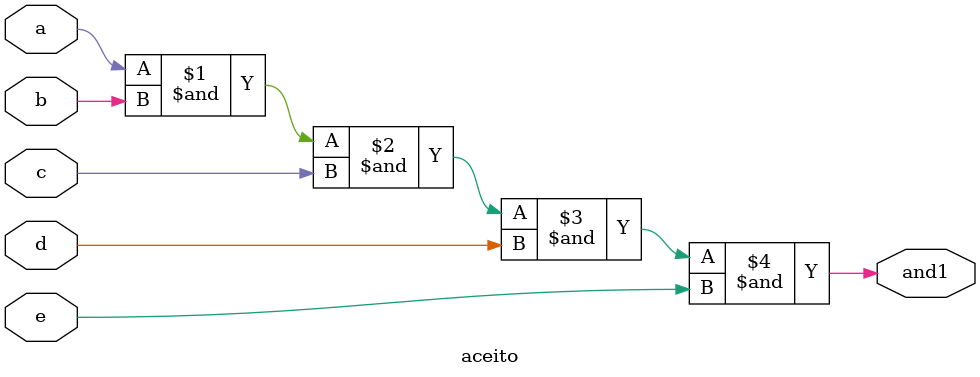
<source format=v>
module aceito(a, b, c, d, e, and1);
	// declaração das entradas e saídas
	input a, b, c, d, e;
	output and1;
	
	// lógica
	assign and1 = a & b & c & d & e;
	// um lote aceito possui todas as entradas em nível lógico alto
endmodule

</source>
